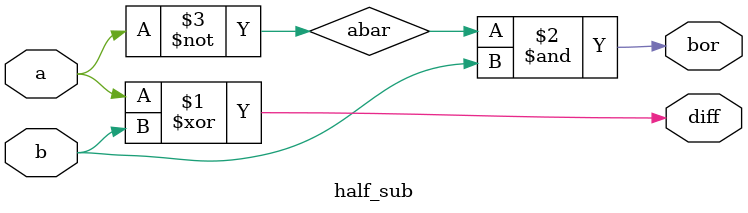
<source format=v>
module half_sub(a,b,diff,bor);
  input a,b;
  output diff,bor;
  wire abar;
  xor(diff,a,b);
  not (abar,a);
  and(bor,abar,b);
  
endmodule

</source>
